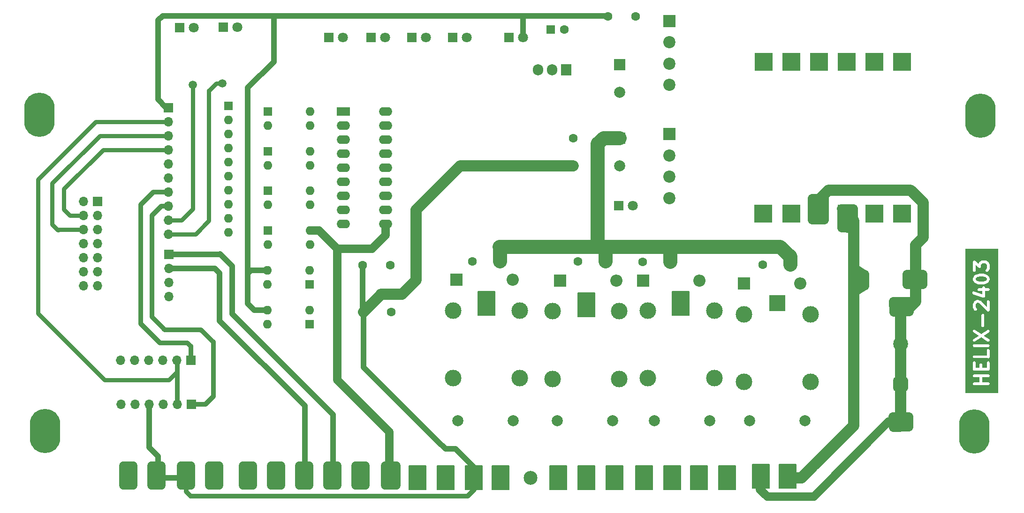
<source format=gbr>
%TF.GenerationSoftware,KiCad,Pcbnew,7.0.2*%
%TF.CreationDate,2024-03-07T12:51:36+05:30*%
%TF.ProjectId,helix2403,68656c69-7832-4343-9033-2e6b69636164,rev?*%
%TF.SameCoordinates,Original*%
%TF.FileFunction,Copper,L1,Top*%
%TF.FilePolarity,Positive*%
%FSLAX46Y46*%
G04 Gerber Fmt 4.6, Leading zero omitted, Abs format (unit mm)*
G04 Created by KiCad (PCBNEW 7.0.2) date 2024-03-07 12:51:36*
%MOMM*%
%LPD*%
G01*
G04 APERTURE LIST*
G04 Aperture macros list*
%AMRoundRect*
0 Rectangle with rounded corners*
0 $1 Rounding radius*
0 $2 $3 $4 $5 $6 $7 $8 $9 X,Y pos of 4 corners*
0 Add a 4 corners polygon primitive as box body*
4,1,4,$2,$3,$4,$5,$6,$7,$8,$9,$2,$3,0*
0 Add four circle primitives for the rounded corners*
1,1,$1+$1,$2,$3*
1,1,$1+$1,$4,$5*
1,1,$1+$1,$6,$7*
1,1,$1+$1,$8,$9*
0 Add four rect primitives between the rounded corners*
20,1,$1+$1,$2,$3,$4,$5,0*
20,1,$1+$1,$4,$5,$6,$7,0*
20,1,$1+$1,$6,$7,$8,$9,0*
20,1,$1+$1,$8,$9,$2,$3,0*%
G04 Aperture macros list end*
%TA.AperFunction,NonConductor*%
%ADD10C,1.600000*%
%TD*%
%TA.AperFunction,NonConductor*%
%ADD11C,1.500000*%
%TD*%
%TA.AperFunction,NonConductor*%
%ADD12C,0.200000*%
%TD*%
%ADD13C,0.500000*%
%TA.AperFunction,ComponentPad*%
%ADD14C,2.000000*%
%TD*%
%TA.AperFunction,ComponentPad*%
%ADD15R,1.600000X1.600000*%
%TD*%
%TA.AperFunction,ComponentPad*%
%ADD16O,1.600000X1.600000*%
%TD*%
%TA.AperFunction,ComponentPad*%
%ADD17R,3.000000X3.000000*%
%TD*%
%TA.AperFunction,ComponentPad*%
%ADD18C,3.000000*%
%TD*%
%TA.AperFunction,ComponentPad*%
%ADD19C,1.600000*%
%TD*%
%TA.AperFunction,ComponentPad*%
%ADD20R,1.700000X1.700000*%
%TD*%
%TA.AperFunction,ComponentPad*%
%ADD21O,1.700000X1.700000*%
%TD*%
%TA.AperFunction,ComponentPad*%
%ADD22R,2.200000X2.200000*%
%TD*%
%TA.AperFunction,ComponentPad*%
%ADD23O,2.200000X2.200000*%
%TD*%
%TA.AperFunction,ComponentPad*%
%ADD24R,2.500000X2.500000*%
%TD*%
%TA.AperFunction,ComponentPad*%
%ADD25C,2.500000*%
%TD*%
%TA.AperFunction,ComponentPad*%
%ADD26R,2.000000X2.000000*%
%TD*%
%TA.AperFunction,WasherPad*%
%ADD27O,5.500000X8.000000*%
%TD*%
%TA.AperFunction,ComponentPad*%
%ADD28R,2.400000X1.600000*%
%TD*%
%TA.AperFunction,ComponentPad*%
%ADD29O,2.400000X1.600000*%
%TD*%
%TA.AperFunction,ComponentPad*%
%ADD30C,2.200000*%
%TD*%
%TA.AperFunction,ComponentPad*%
%ADD31R,1.905000X2.000000*%
%TD*%
%TA.AperFunction,ComponentPad*%
%ADD32O,1.905000X2.000000*%
%TD*%
%TA.AperFunction,ComponentPad*%
%ADD33RoundRect,0.675000X0.675000X-0.675000X0.675000X0.675000X-0.675000X0.675000X-0.675000X-0.675000X0*%
%TD*%
%TA.AperFunction,ComponentPad*%
%ADD34C,2.700000*%
%TD*%
%TA.AperFunction,ComponentPad*%
%ADD35R,1.800000X1.800000*%
%TD*%
%TA.AperFunction,ComponentPad*%
%ADD36C,1.800000*%
%TD*%
%TA.AperFunction,ComponentPad*%
%ADD37R,3.200000X3.200000*%
%TD*%
%TA.AperFunction,ViaPad*%
%ADD38C,1.500000*%
%TD*%
%TA.AperFunction,Conductor*%
%ADD39C,0.750000*%
%TD*%
%TA.AperFunction,Conductor*%
%ADD40C,0.250000*%
%TD*%
%TA.AperFunction,Conductor*%
%ADD41C,0.850000*%
%TD*%
%TA.AperFunction,Conductor*%
%ADD42C,1.000000*%
%TD*%
%TA.AperFunction,Conductor*%
%ADD43C,2.000000*%
%TD*%
%TA.AperFunction,Conductor*%
%ADD44C,1.500000*%
%TD*%
%TA.AperFunction,Conductor*%
%ADD45C,2.500000*%
%TD*%
G04 APERTURE END LIST*
D10*
X190160600Y-76073000D02*
X188712800Y-76073000D01*
D11*
X107255000Y-126746000D02*
X107255000Y-125222000D01*
X76648000Y-128016000D02*
X76648000Y-124460000D01*
D10*
X196078800Y-88569800D02*
X198212400Y-89916000D01*
D12*
X131004000Y-124460000D02*
X134052000Y-124460000D01*
X134052000Y-128778000D01*
X131004000Y-128778000D01*
X131004000Y-124460000D01*
%TA.AperFunction,NonConductor*%
G36*
X131004000Y-124460000D02*
G01*
X134052000Y-124460000D01*
X134052000Y-128778000D01*
X131004000Y-128778000D01*
X131004000Y-124460000D01*
G37*
%TD.AperFunction*%
D11*
X76648000Y-124460000D02*
X74870000Y-124460000D01*
D12*
X146498000Y-124460000D02*
X149546000Y-124460000D01*
X149546000Y-128778000D01*
X146498000Y-128778000D01*
X146498000Y-124460000D01*
%TA.AperFunction,NonConductor*%
G36*
X146498000Y-124460000D02*
G01*
X149546000Y-124460000D01*
X149546000Y-128778000D01*
X146498000Y-128778000D01*
X146498000Y-124460000D01*
G37*
%TD.AperFunction*%
X116018000Y-124460000D02*
X119066000Y-124460000D01*
X119066000Y-128778000D01*
X116018000Y-128778000D01*
X116018000Y-124460000D01*
%TA.AperFunction,NonConductor*%
G36*
X116018000Y-124460000D02*
G01*
X119066000Y-124460000D01*
X119066000Y-128778000D01*
X116018000Y-128778000D01*
X116018000Y-124460000D01*
G37*
%TD.AperFunction*%
D11*
X66234000Y-124460000D02*
X64456000Y-124460000D01*
X86046000Y-128016000D02*
X87824000Y-128016000D01*
X74870000Y-128016000D02*
X76648000Y-128016000D01*
X101286000Y-128016000D02*
X103064000Y-128016000D01*
X106366000Y-124460000D02*
X106366000Y-128016000D01*
D12*
X161992000Y-124460000D02*
X165040000Y-124460000D01*
X165040000Y-128778000D01*
X161992000Y-128778000D01*
X161992000Y-124460000D01*
%TA.AperFunction,NonConductor*%
G36*
X161992000Y-124460000D02*
G01*
X165040000Y-124460000D01*
X165040000Y-128778000D01*
X161992000Y-128778000D01*
X161992000Y-124460000D01*
G37*
%TD.AperFunction*%
X151578000Y-124460000D02*
X154626000Y-124460000D01*
X154626000Y-128778000D01*
X151578000Y-128778000D01*
X151578000Y-124460000D01*
%TA.AperFunction,NonConductor*%
G36*
X151578000Y-124460000D02*
G01*
X154626000Y-124460000D01*
X154626000Y-128778000D01*
X151578000Y-128778000D01*
X151578000Y-124460000D01*
G37*
%TD.AperFunction*%
D11*
X64456000Y-124460000D02*
X64456000Y-128016000D01*
D12*
X182820000Y-124206000D02*
X185868000Y-124206000D01*
X185868000Y-128524000D01*
X182820000Y-128524000D01*
X182820000Y-124206000D01*
%TA.AperFunction,NonConductor*%
G36*
X182820000Y-124206000D02*
G01*
X185868000Y-124206000D01*
X185868000Y-128524000D01*
X182820000Y-128524000D01*
X182820000Y-124206000D01*
G37*
%TD.AperFunction*%
D10*
X195799400Y-81483200D02*
X194046800Y-81432400D01*
D11*
X87824000Y-128016000D02*
X87824000Y-124460000D01*
X86935000Y-126746000D02*
X86935000Y-125222000D01*
D10*
X195977200Y-80670400D02*
X194783400Y-80416400D01*
X196231200Y-77939900D02*
X196231200Y-81368900D01*
X198212400Y-89852500D02*
X198212400Y-91909900D01*
D11*
X92904000Y-128016000D02*
X92904000Y-124460000D01*
X91126000Y-124460000D02*
X91126000Y-128016000D01*
X79950000Y-128016000D02*
X81728000Y-128016000D01*
X97984000Y-128016000D02*
X97984000Y-124460000D01*
D12*
X177994000Y-124206000D02*
X181042000Y-124206000D01*
X181042000Y-128524000D01*
X177994000Y-128524000D01*
X177994000Y-124206000D01*
%TA.AperFunction,NonConductor*%
G36*
X177994000Y-124206000D02*
G01*
X181042000Y-124206000D01*
X181042000Y-128524000D01*
X177994000Y-128524000D01*
X177994000Y-124206000D01*
G37*
%TD.AperFunction*%
D10*
X206200700Y-117424200D02*
X206200700Y-115544600D01*
D12*
X128464000Y-92964000D02*
X131512000Y-92964000D01*
X131512000Y-97282000D01*
X128464000Y-97282000D01*
X128464000Y-92964000D01*
%TA.AperFunction,NonConductor*%
G36*
X128464000Y-92964000D02*
G01*
X131512000Y-92964000D01*
X131512000Y-97282000D01*
X128464000Y-97282000D01*
X128464000Y-92964000D01*
G37*
%TD.AperFunction*%
D11*
X81728000Y-124460000D02*
X79950000Y-124460000D01*
X80839000Y-126746000D02*
X80839000Y-125222000D01*
X70425000Y-126746000D02*
X70425000Y-125222000D01*
D12*
X146498000Y-93218000D02*
X149546000Y-93218000D01*
X149546000Y-97536000D01*
X146498000Y-97536000D01*
X146498000Y-93218000D01*
%TA.AperFunction,NonConductor*%
G36*
X146498000Y-93218000D02*
G01*
X149546000Y-93218000D01*
X149546000Y-97536000D01*
X146498000Y-97536000D01*
X146498000Y-93218000D01*
G37*
%TD.AperFunction*%
D11*
X69536000Y-124460000D02*
X69536000Y-128016000D01*
X87824000Y-124460000D02*
X86046000Y-124460000D01*
D10*
X206289600Y-94716600D02*
X203419400Y-94716600D01*
D11*
X113732000Y-128016000D02*
X113732000Y-124460000D01*
D10*
X188712800Y-76073000D02*
X188712800Y-79984600D01*
D11*
X81728000Y-128016000D02*
X81728000Y-124460000D01*
X103064000Y-128016000D02*
X103064000Y-124460000D01*
D10*
X208753400Y-91719400D02*
X208728000Y-89789000D01*
D11*
X64456000Y-128016000D02*
X66234000Y-128016000D01*
X108144000Y-128016000D02*
X108144000Y-124460000D01*
X97984000Y-124460000D02*
X96206000Y-124460000D01*
D10*
X203419400Y-94716600D02*
X203444800Y-96647000D01*
X203355900Y-117475000D02*
X206200700Y-117424200D01*
D11*
X92015000Y-126746000D02*
X92015000Y-125222000D01*
X112462000Y-126746000D02*
X112462000Y-124968000D01*
X103064000Y-124460000D02*
X101286000Y-124460000D01*
D12*
X126178000Y-124460000D02*
X129226000Y-124460000D01*
X129226000Y-128778000D01*
X126178000Y-128778000D01*
X126178000Y-124460000D01*
%TA.AperFunction,NonConductor*%
G36*
X126178000Y-124460000D02*
G01*
X129226000Y-124460000D01*
X129226000Y-128778000D01*
X126178000Y-128778000D01*
X126178000Y-124460000D01*
G37*
%TD.AperFunction*%
X141418000Y-124460000D02*
X144466000Y-124460000D01*
X144466000Y-128778000D01*
X141418000Y-128778000D01*
X141418000Y-124460000D01*
%TA.AperFunction,NonConductor*%
G36*
X141418000Y-124460000D02*
G01*
X144466000Y-124460000D01*
X144466000Y-128778000D01*
X141418000Y-128778000D01*
X141418000Y-124460000D01*
G37*
%TD.AperFunction*%
X121098000Y-124460000D02*
X124146000Y-124460000D01*
X124146000Y-128778000D01*
X121098000Y-128778000D01*
X121098000Y-124460000D01*
%TA.AperFunction,NonConductor*%
G36*
X121098000Y-124460000D02*
G01*
X124146000Y-124460000D01*
X124146000Y-128778000D01*
X121098000Y-128778000D01*
X121098000Y-124460000D01*
G37*
%TD.AperFunction*%
D11*
X102175000Y-126746000D02*
X102175000Y-125222000D01*
X91126000Y-128016000D02*
X92904000Y-128016000D01*
X113732000Y-124460000D02*
X111954000Y-124460000D01*
X71314000Y-124460000D02*
X69536000Y-124460000D01*
D10*
X194021400Y-77927200D02*
X196231200Y-77939900D01*
X206289600Y-96596200D02*
X206289600Y-94716600D01*
D11*
X108144000Y-124460000D02*
X106366000Y-124460000D01*
X74870000Y-124460000D02*
X74870000Y-128016000D01*
X69536000Y-128016000D02*
X71314000Y-128016000D01*
D10*
X205883200Y-91719400D02*
X208753400Y-91719400D01*
D11*
X65345000Y-126746000D02*
X65345000Y-125222000D01*
D10*
X205883200Y-89839800D02*
X205883200Y-91719400D01*
D11*
X111700000Y-124460000D02*
X111700000Y-128016000D01*
X106366000Y-128016000D02*
X108144000Y-128016000D01*
X117415000Y-126746000D02*
X117415000Y-125222000D01*
X66234000Y-128016000D02*
X66234000Y-124460000D01*
D12*
X116018000Y-124460000D02*
X119066000Y-124460000D01*
X119066000Y-128778000D01*
X116018000Y-128778000D01*
X116018000Y-124460000D01*
%TA.AperFunction,NonConductor*%
G36*
X116018000Y-124460000D02*
G01*
X119066000Y-124460000D01*
X119066000Y-128778000D01*
X116018000Y-128778000D01*
X116018000Y-124460000D01*
G37*
%TD.AperFunction*%
D10*
X206200700Y-115544600D02*
X203330500Y-115544600D01*
X188712800Y-79984600D02*
X190973400Y-79984600D01*
D11*
X92904000Y-124460000D02*
X91126000Y-124460000D01*
X96206000Y-128016000D02*
X97984000Y-128016000D01*
X86046000Y-124460000D02*
X86046000Y-128016000D01*
D10*
X208728000Y-89789000D02*
X205883200Y-89839800D01*
X194046800Y-81432400D02*
X194072200Y-78232000D01*
X203330500Y-115544600D02*
X203355900Y-117475000D01*
D11*
X101286000Y-124460000D02*
X101286000Y-128016000D01*
X71314000Y-128016000D02*
X71314000Y-124460000D01*
D10*
X190973400Y-79984600D02*
X190948000Y-75844400D01*
D11*
X79950000Y-124460000D02*
X79950000Y-128016000D01*
D12*
X166818000Y-124460000D02*
X169866000Y-124460000D01*
X169866000Y-128778000D01*
X166818000Y-128778000D01*
X166818000Y-124460000D01*
%TA.AperFunction,NonConductor*%
G36*
X166818000Y-124460000D02*
G01*
X169866000Y-124460000D01*
X169866000Y-128778000D01*
X166818000Y-128778000D01*
X166818000Y-124460000D01*
G37*
%TD.AperFunction*%
D11*
X75759000Y-126746000D02*
X75759000Y-125222000D01*
D12*
X171898000Y-124460000D02*
X174946000Y-124460000D01*
X174946000Y-128778000D01*
X171898000Y-128778000D01*
X171898000Y-124460000D01*
%TA.AperFunction,NonConductor*%
G36*
X171898000Y-124460000D02*
G01*
X174946000Y-124460000D01*
X174946000Y-128778000D01*
X171898000Y-128778000D01*
X171898000Y-124460000D01*
G37*
%TD.AperFunction*%
D10*
X203444800Y-96647000D02*
X206289600Y-96596200D01*
D12*
X156912000Y-124460000D02*
X159960000Y-124460000D01*
X159960000Y-128778000D01*
X156912000Y-128778000D01*
X156912000Y-124460000D01*
%TA.AperFunction,NonConductor*%
G36*
X156912000Y-124460000D02*
G01*
X159960000Y-124460000D01*
X159960000Y-128778000D01*
X156912000Y-128778000D01*
X156912000Y-124460000D01*
G37*
%TD.AperFunction*%
D11*
X96206000Y-124460000D02*
X96206000Y-128016000D01*
D12*
X163516000Y-92964000D02*
X166564000Y-92964000D01*
X166564000Y-97282000D01*
X163516000Y-97282000D01*
X163516000Y-92964000D01*
%TA.AperFunction,NonConductor*%
G36*
X163516000Y-92964000D02*
G01*
X166564000Y-92964000D01*
X166564000Y-97282000D01*
X163516000Y-97282000D01*
X163516000Y-92964000D01*
G37*
%TD.AperFunction*%
D11*
X111954000Y-128016000D02*
X113732000Y-128016000D01*
X97095000Y-126746000D02*
X97095000Y-125222000D01*
D10*
X198136200Y-91897200D02*
X196637600Y-92862400D01*
D13*
G36*
X219989097Y-90352830D02*
G01*
X220166363Y-90441464D01*
X220228035Y-90503136D01*
X220302547Y-90652160D01*
X220302547Y-90772220D01*
X220228034Y-90921245D01*
X220166362Y-90982917D01*
X219989103Y-91071547D01*
X219569389Y-91176476D01*
X219035706Y-91176476D01*
X218615997Y-91071549D01*
X218438731Y-90982916D01*
X218377059Y-90921244D01*
X218302547Y-90772220D01*
X218302547Y-90652159D01*
X218377058Y-90503136D01*
X218438731Y-90441463D01*
X218615995Y-90352831D01*
X219035704Y-90247905D01*
X219569390Y-90247905D01*
X219989097Y-90352830D01*
G37*
G36*
X222378143Y-111343143D02*
G01*
X216413857Y-111343143D01*
X216413857Y-109677842D01*
X217794645Y-109677842D01*
X217855633Y-109811388D01*
X217979140Y-109890761D01*
X219225145Y-109890761D01*
X219280104Y-109898663D01*
X219297407Y-109890761D01*
X220588491Y-109890761D01*
X220693413Y-109859953D01*
X220789555Y-109748999D01*
X220810449Y-109603680D01*
X220749461Y-109470134D01*
X220625954Y-109390761D01*
X219493023Y-109390761D01*
X219493023Y-108462190D01*
X220588491Y-108462190D01*
X220693413Y-108431382D01*
X220789555Y-108320428D01*
X220810449Y-108175109D01*
X220749461Y-108041563D01*
X220625954Y-107962190D01*
X219260901Y-107962190D01*
X219205942Y-107954288D01*
X219188639Y-107962190D01*
X218016603Y-107962190D01*
X217911681Y-107992998D01*
X217815539Y-108103952D01*
X217794645Y-108249271D01*
X217855633Y-108382817D01*
X217979140Y-108462190D01*
X218993023Y-108462190D01*
X218993023Y-109390761D01*
X218016603Y-109390761D01*
X217911681Y-109421569D01*
X217815539Y-109532523D01*
X217794645Y-109677842D01*
X216413857Y-109677842D01*
X216413857Y-107058794D01*
X217794645Y-107058794D01*
X217817711Y-107109303D01*
X217833355Y-107162579D01*
X217847730Y-107175035D01*
X217855633Y-107192340D01*
X217902348Y-107222362D01*
X217944309Y-107258721D01*
X217963136Y-107261427D01*
X217979140Y-107271713D01*
X218034669Y-107271713D01*
X218089628Y-107279615D01*
X218106931Y-107271713D01*
X219225145Y-107271713D01*
X219280104Y-107279615D01*
X219297407Y-107271713D01*
X220534669Y-107271713D01*
X220589628Y-107279615D01*
X220640137Y-107256548D01*
X220693413Y-107240905D01*
X220705869Y-107226529D01*
X220723174Y-107218627D01*
X220753196Y-107171911D01*
X220789555Y-107129951D01*
X220792261Y-107111123D01*
X220802547Y-107095120D01*
X220802547Y-107039590D01*
X220810449Y-106984632D01*
X220802547Y-106967328D01*
X220802547Y-105795293D01*
X220771739Y-105690371D01*
X220660785Y-105594229D01*
X220515466Y-105573335D01*
X220381920Y-105634323D01*
X220302547Y-105757830D01*
X220302547Y-106771713D01*
X219493023Y-106771713D01*
X219493023Y-106152436D01*
X219462215Y-106047514D01*
X219351261Y-105951372D01*
X219205942Y-105930478D01*
X219072396Y-105991466D01*
X218993023Y-106114973D01*
X218993023Y-106771713D01*
X218302547Y-106771713D01*
X218302547Y-105795293D01*
X218271739Y-105690371D01*
X218160785Y-105594229D01*
X218015466Y-105573335D01*
X217881920Y-105634323D01*
X217802547Y-105757830D01*
X217802547Y-107003835D01*
X217794645Y-107058794D01*
X216413857Y-107058794D01*
X216413857Y-104796889D01*
X217794645Y-104796889D01*
X217855633Y-104930435D01*
X217979140Y-105009808D01*
X220534669Y-105009808D01*
X220589628Y-105017710D01*
X220640137Y-104994643D01*
X220693413Y-104979000D01*
X220705869Y-104964624D01*
X220723174Y-104956722D01*
X220753196Y-104910006D01*
X220789555Y-104868046D01*
X220792261Y-104849218D01*
X220802547Y-104833215D01*
X220802547Y-104777685D01*
X220810449Y-104722727D01*
X220802547Y-104705423D01*
X220802547Y-103533388D01*
X220771739Y-103428466D01*
X220660785Y-103332324D01*
X220515466Y-103311430D01*
X220381920Y-103372418D01*
X220302547Y-103495925D01*
X220302547Y-104509808D01*
X218016603Y-104509808D01*
X217911681Y-104540616D01*
X217815539Y-104651570D01*
X217794645Y-104796889D01*
X216413857Y-104796889D01*
X216413857Y-102773079D01*
X217794645Y-102773079D01*
X217855633Y-102906625D01*
X217979140Y-102985998D01*
X220588491Y-102985998D01*
X220693413Y-102955190D01*
X220789555Y-102844236D01*
X220810449Y-102698917D01*
X220749461Y-102565371D01*
X220625954Y-102485998D01*
X218016603Y-102485998D01*
X217911681Y-102516806D01*
X217815539Y-102627760D01*
X217794645Y-102773079D01*
X216413857Y-102773079D01*
X216413857Y-100149693D01*
X217794058Y-100149693D01*
X217852794Y-100284245D01*
X218851853Y-100950284D01*
X217883965Y-101595544D01*
X217813754Y-101679378D01*
X217795305Y-101825027D01*
X217858528Y-101957530D01*
X217983352Y-102034816D01*
X218130144Y-102032349D01*
X219302546Y-101250747D01*
X220443779Y-102011569D01*
X220548169Y-102044135D01*
X220689710Y-102005146D01*
X220787703Y-101895823D01*
X220811036Y-101750876D01*
X220752300Y-101616324D01*
X219753241Y-100950284D01*
X220721129Y-100305026D01*
X220791340Y-100221191D01*
X220809789Y-100075542D01*
X220746565Y-99943040D01*
X220621742Y-99865753D01*
X220474950Y-99868220D01*
X219302547Y-100649821D01*
X218161315Y-99889000D01*
X218056925Y-99856434D01*
X217915384Y-99895423D01*
X217817391Y-100004746D01*
X217794058Y-100149693D01*
X216413857Y-100149693D01*
X216413857Y-99200514D01*
X219350166Y-99200514D01*
X219380974Y-99305436D01*
X219491928Y-99401578D01*
X219637247Y-99422472D01*
X219770793Y-99361484D01*
X219850166Y-99237977D01*
X219850166Y-97223865D01*
X219819358Y-97118943D01*
X219708404Y-97022801D01*
X219563085Y-97001907D01*
X219429539Y-97062895D01*
X219350166Y-97186402D01*
X219350166Y-99200514D01*
X216413857Y-99200514D01*
X216413857Y-95263967D01*
X217793498Y-95263967D01*
X217802547Y-95285785D01*
X217802547Y-95817780D01*
X217796112Y-95877384D01*
X217818961Y-95923082D01*
X217833355Y-95972103D01*
X217851205Y-95987570D01*
X217933969Y-96153099D01*
X217942911Y-96194201D01*
X217991622Y-96242912D01*
X218038541Y-96293353D01*
X218043271Y-96294562D01*
X218139281Y-96390573D01*
X218235256Y-96442980D01*
X218381695Y-96432506D01*
X218499226Y-96344525D01*
X218550533Y-96206969D01*
X218519326Y-96063511D01*
X218377059Y-95921243D01*
X218302547Y-95772219D01*
X218302547Y-95295016D01*
X218377059Y-95145992D01*
X218438731Y-95084320D01*
X218587755Y-95009809D01*
X218726262Y-95009809D01*
X218988932Y-95097365D01*
X220330651Y-96439086D01*
X220333355Y-96448294D01*
X220382075Y-96490510D01*
X220401186Y-96509621D01*
X220409146Y-96513967D01*
X220444309Y-96544436D01*
X220472322Y-96548463D01*
X220497162Y-96562027D01*
X220543571Y-96558707D01*
X220589628Y-96565330D01*
X220615372Y-96553572D01*
X220643601Y-96551554D01*
X220680846Y-96523671D01*
X220723174Y-96504342D01*
X220738476Y-96480531D01*
X220761131Y-96463572D01*
X220777390Y-96419978D01*
X220802547Y-96380835D01*
X220802547Y-96352534D01*
X220812438Y-96326016D01*
X220802547Y-96280548D01*
X220802547Y-94723865D01*
X220771739Y-94618943D01*
X220660785Y-94522801D01*
X220515466Y-94501907D01*
X220381920Y-94562895D01*
X220302547Y-94686402D01*
X220302547Y-95703874D01*
X219310269Y-94711596D01*
X219272673Y-94664898D01*
X219224199Y-94648740D01*
X219179361Y-94624257D01*
X219155803Y-94625941D01*
X218875626Y-94532550D01*
X218840240Y-94509809D01*
X218771335Y-94509809D01*
X218702510Y-94507320D01*
X218698311Y-94509809D01*
X218542201Y-94509809D01*
X218482593Y-94503373D01*
X218436891Y-94526223D01*
X218387872Y-94540617D01*
X218372405Y-94558466D01*
X218206873Y-94641231D01*
X218165771Y-94650173D01*
X218117058Y-94698885D01*
X218066622Y-94745801D01*
X218065412Y-94750532D01*
X218016980Y-94798964D01*
X217980817Y-94820443D01*
X217950011Y-94882053D01*
X217916995Y-94942520D01*
X217917343Y-94947389D01*
X217834959Y-95112156D01*
X217802547Y-95162592D01*
X217802547Y-95213684D01*
X217793498Y-95263967D01*
X216413857Y-95263967D01*
X216413857Y-93165812D01*
X217677107Y-93165812D01*
X217692734Y-93311791D01*
X217784803Y-93426147D01*
X219593036Y-94028891D01*
X219610976Y-94044436D01*
X219661435Y-94051691D01*
X219674257Y-94055965D01*
X219696843Y-94056782D01*
X219756295Y-94065330D01*
X219769275Y-94059402D01*
X219783537Y-94059918D01*
X219835204Y-94029293D01*
X219889841Y-94004342D01*
X219897556Y-93992335D01*
X219909832Y-93985060D01*
X219936740Y-93931364D01*
X219969214Y-93880835D01*
X219969214Y-93866565D01*
X219975608Y-93853806D01*
X219969214Y-93794080D01*
X219969214Y-92866952D01*
X220588491Y-92866952D01*
X220693413Y-92836144D01*
X220789555Y-92725190D01*
X220810449Y-92579871D01*
X220749461Y-92446325D01*
X220625954Y-92366952D01*
X219969214Y-92366952D01*
X219969214Y-92223865D01*
X219938406Y-92118943D01*
X219827452Y-92022801D01*
X219682133Y-92001907D01*
X219548587Y-92062895D01*
X219469214Y-92186402D01*
X219469214Y-92366952D01*
X218849936Y-92366952D01*
X218745014Y-92397760D01*
X218648872Y-92508714D01*
X218627978Y-92654033D01*
X218688966Y-92787579D01*
X218812473Y-92866952D01*
X219469214Y-92866952D01*
X219469214Y-93460572D01*
X217978457Y-92963653D01*
X217869177Y-92959700D01*
X217742882Y-93034558D01*
X217677107Y-93165812D01*
X216413857Y-93165812D01*
X216413857Y-90621112D01*
X217793499Y-90621112D01*
X217802547Y-90642927D01*
X217802546Y-90817781D01*
X217796112Y-90877385D01*
X217818961Y-90923083D01*
X217833355Y-90972104D01*
X217851205Y-90987571D01*
X217933969Y-91153100D01*
X217942911Y-91194202D01*
X217991622Y-91242913D01*
X218038541Y-91293354D01*
X218043271Y-91294563D01*
X218091701Y-91342993D01*
X218113182Y-91379160D01*
X218174791Y-91409964D01*
X218235256Y-91442981D01*
X218240128Y-91442632D01*
X218377107Y-91511121D01*
X218396889Y-91532160D01*
X218441480Y-91543307D01*
X218449085Y-91547110D01*
X218476220Y-91551992D01*
X218904377Y-91659032D01*
X218931521Y-91676476D01*
X218974153Y-91676476D01*
X218979165Y-91677729D01*
X219009999Y-91676476D01*
X219559024Y-91676476D01*
X219589585Y-91686815D01*
X219630941Y-91676476D01*
X219636110Y-91676476D01*
X219665729Y-91667778D01*
X220093792Y-91560763D01*
X220122503Y-91563863D01*
X220163612Y-91543308D01*
X220171862Y-91541246D01*
X220195650Y-91527289D01*
X220398218Y-91426005D01*
X220439322Y-91417064D01*
X220488037Y-91368348D01*
X220538472Y-91321436D01*
X220539681Y-91316704D01*
X220588114Y-91268272D01*
X220624278Y-91246793D01*
X220655082Y-91185184D01*
X220688099Y-91124718D01*
X220687750Y-91119847D01*
X220770136Y-90955076D01*
X220802547Y-90904645D01*
X220802547Y-90853551D01*
X220811595Y-90803269D01*
X220802547Y-90781453D01*
X220802547Y-90606606D01*
X220808983Y-90546998D01*
X220786132Y-90501296D01*
X220771739Y-90452277D01*
X220753889Y-90436810D01*
X220671124Y-90271278D01*
X220662183Y-90230176D01*
X220613470Y-90181463D01*
X220566555Y-90131027D01*
X220561823Y-90129817D01*
X220513391Y-90081385D01*
X220491913Y-90045222D01*
X220430302Y-90014416D01*
X220369836Y-89981400D01*
X220364966Y-89981748D01*
X220227988Y-89913259D01*
X220208206Y-89892220D01*
X220163614Y-89881072D01*
X220156012Y-89877271D01*
X220128874Y-89872387D01*
X219700715Y-89765348D01*
X219673573Y-89747905D01*
X219630941Y-89747905D01*
X219625929Y-89746652D01*
X219595101Y-89747905D01*
X219046070Y-89747905D01*
X219015509Y-89737566D01*
X218974153Y-89747905D01*
X218968984Y-89747905D01*
X218939366Y-89756601D01*
X218511302Y-89863616D01*
X218482591Y-89860517D01*
X218441479Y-89881072D01*
X218433234Y-89883134D01*
X218409452Y-89897086D01*
X218206873Y-89998375D01*
X218165772Y-90007317D01*
X218117063Y-90056025D01*
X218066622Y-90102946D01*
X218065412Y-90107676D01*
X218016982Y-90156106D01*
X217980817Y-90177587D01*
X217950009Y-90239201D01*
X217916996Y-90299662D01*
X217917344Y-90304532D01*
X217834961Y-90469297D01*
X217802547Y-90519736D01*
X217802547Y-90570831D01*
X217793499Y-90621112D01*
X216413857Y-90621112D01*
X216413857Y-87615694D01*
X217791995Y-87615694D01*
X217802547Y-87652283D01*
X217802547Y-89200516D01*
X217833355Y-89305438D01*
X217944309Y-89401580D01*
X218089628Y-89422474D01*
X218223174Y-89361486D01*
X218302547Y-89237979D01*
X218302547Y-88167894D01*
X218785551Y-88590523D01*
X218785736Y-88591152D01*
X218840696Y-88638775D01*
X218867352Y-88662099D01*
X218867912Y-88662358D01*
X218896690Y-88687294D01*
X218933160Y-88692537D01*
X218966601Y-88708005D01*
X219004315Y-88702768D01*
X219042009Y-88708188D01*
X219075527Y-88692880D01*
X219112019Y-88687814D01*
X219140914Y-88663019D01*
X219175555Y-88647200D01*
X219195476Y-88616200D01*
X219223437Y-88592209D01*
X219234340Y-88555727D01*
X219254928Y-88523693D01*
X219254928Y-88486846D01*
X219265479Y-88451545D01*
X219254928Y-88414958D01*
X219254928Y-88152160D01*
X219329440Y-88003136D01*
X219391112Y-87941464D01*
X219540136Y-87866953D01*
X220017341Y-87866953D01*
X220166362Y-87941464D01*
X220228037Y-88003139D01*
X220302547Y-88152158D01*
X220302547Y-88748411D01*
X220228034Y-88897436D01*
X220112259Y-89013212D01*
X220059853Y-89109187D01*
X220070326Y-89255626D01*
X220158308Y-89373156D01*
X220295864Y-89424463D01*
X220439322Y-89393255D01*
X220588114Y-89244463D01*
X220624278Y-89222984D01*
X220655082Y-89161375D01*
X220688099Y-89100909D01*
X220687750Y-89096038D01*
X220770136Y-88931267D01*
X220802547Y-88880836D01*
X220802547Y-88829742D01*
X220811595Y-88779460D01*
X220802547Y-88757644D01*
X220802547Y-88106600D01*
X220808982Y-88046997D01*
X220786133Y-88001299D01*
X220771739Y-87952277D01*
X220753888Y-87936809D01*
X220671124Y-87771281D01*
X220662183Y-87730178D01*
X220613465Y-87681460D01*
X220566554Y-87631028D01*
X220561823Y-87629818D01*
X220513393Y-87581388D01*
X220491912Y-87545221D01*
X220430278Y-87514404D01*
X220369837Y-87481401D01*
X220364968Y-87481749D01*
X220200194Y-87399362D01*
X220149764Y-87366953D01*
X220098671Y-87366953D01*
X220048388Y-87357905D01*
X220026572Y-87366953D01*
X219494582Y-87366953D01*
X219434974Y-87360517D01*
X219389272Y-87383367D01*
X219340253Y-87397761D01*
X219324786Y-87415610D01*
X219159254Y-87498375D01*
X219118152Y-87507317D01*
X219069439Y-87556029D01*
X219019003Y-87602945D01*
X219017793Y-87607676D01*
X218969361Y-87656108D01*
X218933198Y-87677587D01*
X218902392Y-87739197D01*
X218869376Y-87799664D01*
X218869724Y-87804533D01*
X218801808Y-87940364D01*
X218271923Y-87476716D01*
X218271739Y-87476087D01*
X218216678Y-87428376D01*
X218190122Y-87405140D01*
X218189563Y-87404881D01*
X218160785Y-87379945D01*
X218124314Y-87374701D01*
X218090873Y-87359233D01*
X218053156Y-87364470D01*
X218015466Y-87359051D01*
X217981948Y-87374357D01*
X217945455Y-87379425D01*
X217916559Y-87404219D01*
X217881920Y-87420039D01*
X217861998Y-87451037D01*
X217834038Y-87475030D01*
X217823133Y-87511512D01*
X217802547Y-87543546D01*
X217802547Y-87580389D01*
X217791995Y-87615694D01*
X216413857Y-87615694D01*
X216413857Y-85283620D01*
X222378143Y-85283620D01*
X222378143Y-111343143D01*
G37*
D14*
%TO.P,C13,1*%
%TO.N,Net-(C13-Pad1)*%
X170294000Y-116332000D03*
%TO.P,C13,2*%
%TO.N,/NO2*%
X160294000Y-116332000D03*
%TD*%
D15*
%TO.P,U3,1*%
%TO.N,/VCC1 5V*%
X90561800Y-67599760D03*
D16*
%TO.P,U3,2*%
%TO.N,/mc4*%
X90561800Y-70139760D03*
%TO.P,U3,3*%
%TO.N,Net-(U4-I3)*%
X98181800Y-70139760D03*
%TO.P,U3,4*%
%TO.N,/VCC2 12V*%
X98181800Y-67599760D03*
%TD*%
D17*
%TO.P,K4,11*%
%TO.N,/C4*%
X129982400Y-94410400D03*
D18*
%TO.P,K4,12*%
%TO.N,/NC4*%
X135982400Y-108610400D03*
%TO.P,K4,14*%
%TO.N,/NO4*%
X123982400Y-108610400D03*
%TO.P,K4,A1*%
%TO.N,/RL4*%
X123982400Y-96410400D03*
%TO.P,K4,A2*%
%TO.N,/VCC2 12V*%
X135982400Y-96410400D03*
%TD*%
D19*
%TO.P,C9,1*%
%TO.N,/VCC2 12V*%
X151532400Y-87542600D03*
%TO.P,C9,2*%
%TO.N,/RL3*%
X146532400Y-87542600D03*
%TD*%
D20*
%TO.P,J9,1,Pin_1*%
%TO.N,GND1*%
X72609400Y-59740800D03*
D21*
%TO.P,J9,2,Pin_2*%
%TO.N,/VCC1 5V*%
X72609400Y-62280800D03*
%TO.P,J9,3,Pin_3*%
%TO.N,/mc3*%
X72609400Y-64820800D03*
%TO.P,J9,4,Pin_4*%
%TO.N,/mc4*%
X72609400Y-67360800D03*
%TO.P,J9,5,Pin_5*%
%TO.N,/mc5*%
X72609400Y-69900800D03*
%TO.P,J9,6,Pin_6*%
%TO.N,/mc6*%
X72609400Y-72440800D03*
%TO.P,J9,7,Pin_7*%
%TO.N,/pwm MC8*%
X72609400Y-74980800D03*
%TO.P,J9,8,Pin_8*%
%TO.N,/pwm MC7*%
X72609400Y-77520800D03*
%TO.P,J9,9,Pin_9*%
%TO.N,/mc1*%
X72609400Y-80060800D03*
%TO.P,J9,10,Pin_10*%
%TO.N,/mc2*%
X72609400Y-82600800D03*
%TD*%
D22*
%TO.P,D12,1,K*%
%TO.N,/RL4*%
X124586400Y-90855800D03*
D23*
%TO.P,D12,2,A*%
%TO.N,/VCC2 12V*%
X134746400Y-90855800D03*
%TD*%
D19*
%TO.P,C4,1*%
%TO.N,/VCC2 12V*%
X184841200Y-88163400D03*
%TO.P,C4,2*%
%TO.N,/RL1*%
X179841200Y-88163400D03*
%TD*%
D24*
%TO.P,J1,1,Pin_1*%
%TO.N,/Nutral*%
X179365600Y-126619000D03*
D25*
%TO.P,J1,2,Pin_2*%
%TO.N,/Line*%
X184445600Y-126619000D03*
%TD*%
D19*
%TO.P,C12,1*%
%TO.N,Net-(C12-Pad1)*%
X112817600Y-96647000D03*
%TO.P,C12,2*%
%TO.N,GND2*%
X107817600Y-96647000D03*
%TD*%
D26*
%TO.P,C2,1*%
%TO.N,Net-(D15-+)*%
X154067200Y-51937523D03*
D14*
%TO.P,C2,2*%
%TO.N,GND1*%
X154067200Y-56937523D03*
%TD*%
D22*
%TO.P,D11,1,K*%
%TO.N,/RL3*%
X143277800Y-90990800D03*
D23*
%TO.P,D11,2,A*%
%TO.N,/VCC2 12V*%
X153437800Y-90990800D03*
%TD*%
D22*
%TO.P,D6,1,K*%
%TO.N,/RL2*%
X158258200Y-91010200D03*
D23*
%TO.P,D6,2,A*%
%TO.N,/VCC2 12V*%
X168418200Y-91010200D03*
%TD*%
D15*
%TO.P,U7,1*%
%TO.N,Net-(C12-Pad1)*%
X98111000Y-98856800D03*
D16*
%TO.P,U7,2*%
%TO.N,Net-(R12-Pad2)*%
X98111000Y-96316800D03*
%TO.P,U7,3*%
%TO.N,GND1*%
X90491000Y-96316800D03*
%TO.P,U7,4*%
%TO.N,/mc2*%
X90491000Y-98856800D03*
%TD*%
D19*
%TO.P,C8,1*%
%TO.N,/VCC2 12V*%
X145685200Y-65292600D03*
%TO.P,C8,2*%
%TO.N,GND2*%
X145685200Y-70292600D03*
%TD*%
D15*
%TO.P,U6,1*%
%TO.N,/VCC1 5V*%
X90561800Y-81953280D03*
D16*
%TO.P,U6,2*%
%TO.N,/mc6*%
X90561800Y-84493280D03*
%TO.P,U6,3*%
%TO.N,Net-(U4-I7)*%
X98181800Y-84493280D03*
%TO.P,U6,4*%
%TO.N,/VCC2 12V*%
X98181800Y-81953280D03*
%TD*%
D14*
%TO.P,C16,1*%
%TO.N,Net-(C16-Pad1)*%
X134814000Y-116332000D03*
%TO.P,C16,2*%
%TO.N,/NO4*%
X124814000Y-116332000D03*
%TD*%
D27*
%TO.P,REF\u002A\u002A,*%
%TO.N,*%
X219142000Y-61163200D03*
%TD*%
D22*
%TO.P,D4,1,K*%
%TO.N,/RL1*%
X176448400Y-91516200D03*
D23*
%TO.P,D4,2,A*%
%TO.N,/VCC2 12V*%
X186608400Y-91516200D03*
%TD*%
D17*
%TO.P,K1,11*%
%TO.N,/C1*%
X182499200Y-95070800D03*
D18*
%TO.P,K1,12*%
%TO.N,/NC1*%
X188499200Y-109270800D03*
%TO.P,K1,14*%
%TO.N,/NO1*%
X176499200Y-109270800D03*
%TO.P,K1,A1*%
%TO.N,/RL1*%
X176499200Y-97070800D03*
%TO.P,K1,A2*%
%TO.N,/VCC2 12V*%
X188499200Y-97070800D03*
%TD*%
D17*
%TO.P,C5,1*%
%TO.N,/Nutral*%
X207251000Y-90703400D03*
%TO.P,C5,2*%
%TO.N,/Line*%
X197251000Y-90703400D03*
%TD*%
D15*
%TO.P,U2,1*%
%TO.N,/VCC1 5V*%
X90561800Y-60423000D03*
D16*
%TO.P,U2,2*%
%TO.N,/mc3*%
X90561800Y-62963000D03*
%TO.P,U2,3*%
%TO.N,Net-(U4-I1)*%
X98181800Y-62963000D03*
%TO.P,U2,4*%
%TO.N,/VCC2 12V*%
X98181800Y-60423000D03*
%TD*%
D19*
%TO.P,C10,1*%
%TO.N,/VCC2 12V*%
X132414800Y-87553800D03*
%TO.P,C10,2*%
%TO.N,/RL4*%
X127414800Y-87553800D03*
%TD*%
%TO.P,C6,1*%
%TO.N,/VCC2 12V*%
X163196600Y-87632000D03*
%TO.P,C6,2*%
%TO.N,/RL2*%
X158196600Y-87632000D03*
%TD*%
D26*
%TO.P,C7,1*%
%TO.N,/VCC2 12V*%
X154041800Y-65221723D03*
D14*
%TO.P,C7,2*%
%TO.N,GND2*%
X154041800Y-70221723D03*
%TD*%
D20*
%TO.P,J10,1,Pin_1*%
%TO.N,/GREEN*%
X72634800Y-86233000D03*
D21*
%TO.P,J10,2,Pin_2*%
%TO.N,/WHITE*%
X72634800Y-88773000D03*
%TO.P,J10,3,Pin_3*%
%TO.N,/BLACK*%
X72634800Y-91313000D03*
%TO.P,J10,4,Pin_4*%
%TO.N,/RED*%
X72634800Y-93853000D03*
%TD*%
D19*
%TO.P,C3,1*%
%TO.N,Net-(D15-+)*%
X156908200Y-43256200D03*
%TO.P,C3,2*%
%TO.N,GND1*%
X151908200Y-43256200D03*
%TD*%
D15*
%TO.P,U5,1*%
%TO.N,/VCC1 5V*%
X90561800Y-74776520D03*
D16*
%TO.P,U5,2*%
%TO.N,/mc5*%
X90561800Y-77316520D03*
%TO.P,U5,3*%
%TO.N,Net-(U4-I5)*%
X98181800Y-77316520D03*
%TO.P,U5,4*%
%TO.N,/VCC2 12V*%
X98181800Y-74776520D03*
%TD*%
D24*
%TO.P,J2,1,Pin_1*%
%TO.N,/NO3*%
X148098200Y-126619000D03*
D25*
%TO.P,J2,2,Pin_2*%
%TO.N,/C3*%
X153178200Y-126619000D03*
%TO.P,J2,3,Pin_3*%
%TO.N,/NO2*%
X158258200Y-126619000D03*
%TO.P,J2,4,Pin_4*%
%TO.N,/C2*%
X163338200Y-126619000D03*
%TO.P,J2,5,Pin_5*%
%TO.N,/NO1*%
X168418200Y-126619000D03*
%TO.P,J2,6,Pin_6*%
%TO.N,/C1*%
X173498200Y-126619000D03*
%TD*%
D28*
%TO.P,U4,1,I1*%
%TO.N,Net-(U4-I1)*%
X104191600Y-60462000D03*
D29*
%TO.P,U4,2,I2*%
X104191600Y-63002000D03*
%TO.P,U4,3,I3*%
%TO.N,Net-(U4-I3)*%
X104191600Y-65542000D03*
%TO.P,U4,4,I4*%
X104191600Y-68082000D03*
%TO.P,U4,5,I5*%
%TO.N,Net-(U4-I5)*%
X104191600Y-70622000D03*
%TO.P,U4,6,I6*%
X104191600Y-73162000D03*
%TO.P,U4,7,I7*%
%TO.N,Net-(U4-I7)*%
X104191600Y-75702000D03*
%TO.P,U4,8,I8*%
X104191600Y-78242000D03*
%TO.P,U4,9,GND*%
%TO.N,GND2*%
X104191600Y-80782000D03*
%TO.P,U4,10,COM*%
%TO.N,/VCC2 12V*%
X111811600Y-80782000D03*
%TO.P,U4,11,O8*%
%TO.N,/RL4*%
X111811600Y-78242000D03*
%TO.P,U4,12,O7*%
X111811600Y-75702000D03*
%TO.P,U4,13,O6*%
%TO.N,/RL3*%
X111811600Y-73162000D03*
%TO.P,U4,14,O5*%
X111811600Y-70622000D03*
%TO.P,U4,15,O4*%
%TO.N,/RL2*%
X111811600Y-68082000D03*
%TO.P,U4,16,O3*%
X111811600Y-65542000D03*
%TO.P,U4,17,O2*%
%TO.N,/RL1*%
X111811600Y-63002000D03*
%TO.P,U4,18,O1*%
X111811600Y-60462000D03*
%TD*%
D24*
%TO.P,J4,1,Pin_1*%
%TO.N,/RED*%
X87036600Y-126619000D03*
D25*
%TO.P,J4,2,Pin_2*%
%TO.N,/BLACK*%
X92116600Y-126619000D03*
%TO.P,J4,3,Pin_3*%
%TO.N,/WHITE*%
X97196600Y-126619000D03*
%TO.P,J4,4,Pin_4*%
%TO.N,/GREEN*%
X102276600Y-126619000D03*
%TO.P,J4,5,Pin_5*%
%TO.N,/Input1*%
X107356600Y-126619000D03*
%TO.P,J4,6,Pin_6*%
%TO.N,/VCC2 12V*%
X112436600Y-126619000D03*
%TD*%
D19*
%TO.P,C14,1*%
%TO.N,Net-(C14-Pad1)*%
X112676000Y-88239600D03*
%TO.P,C14,2*%
%TO.N,GND2*%
X107676000Y-88239600D03*
%TD*%
D22*
%TO.P,D2,1,+*%
%TO.N,/VCC2 12V*%
X163008000Y-64516000D03*
D30*
%TO.P,D2,2*%
%TO.N,Net-(T1-SD)*%
X163008000Y-68366000D03*
%TO.P,D2,3*%
%TO.N,Net-(T1-SC)*%
X163008000Y-72216000D03*
%TO.P,D2,4,-*%
%TO.N,GND2*%
X163008000Y-76066000D03*
%TD*%
D14*
%TO.P,C15,1*%
%TO.N,Net-(C15-Pad1)*%
X152768000Y-116332000D03*
%TO.P,C15,2*%
%TO.N,/NO3*%
X142768000Y-116332000D03*
%TD*%
D15*
%TO.P,RN1,1,common*%
%TO.N,/VCC1 5V*%
X83465200Y-59395200D03*
D16*
%TO.P,RN1,2,R1*%
X83465200Y-61935200D03*
%TO.P,RN1,3,R2*%
%TO.N,/mc3*%
X83465200Y-64475200D03*
%TO.P,RN1,4,R3*%
%TO.N,/VCC1 5V*%
X83465200Y-67015200D03*
%TO.P,RN1,5,R4*%
%TO.N,/mc4*%
X83465200Y-69555200D03*
%TO.P,RN1,6,R5*%
%TO.N,/VCC1 5V*%
X83465200Y-72095200D03*
%TO.P,RN1,7,R6*%
%TO.N,/mc5*%
X83465200Y-74635200D03*
%TO.P,RN1,8,R7*%
%TO.N,/VCC1 5V*%
X83465200Y-77175200D03*
%TO.P,RN1,9,R8*%
%TO.N,/mc6*%
X83465200Y-79715200D03*
%TO.P,RN1,10,R9*%
%TO.N,unconnected-(RN1-R9-Pad10)*%
X83465200Y-82255200D03*
%TD*%
D15*
%TO.P,C1,1*%
%TO.N,/VCC1 5V*%
X141551175Y-45593000D03*
D19*
%TO.P,C1,2*%
%TO.N,GND1*%
X144051175Y-45593000D03*
%TD*%
D24*
%TO.P,J5,1,Pin_1*%
%TO.N,/0-10 output1*%
X65624400Y-126619000D03*
D25*
%TO.P,J5,2,Pin_2*%
%TO.N,GND2*%
X70704400Y-126619000D03*
%TO.P,J5,3,Pin_3*%
X75784400Y-126619000D03*
%TO.P,J5,4,Pin_4*%
%TO.N,/0-10 output2*%
X80864400Y-126619000D03*
%TD*%
D15*
%TO.P,U8,1*%
%TO.N,Net-(C14-Pad1)*%
X98111000Y-91680040D03*
D16*
%TO.P,U8,2*%
%TO.N,Net-(R17-Pad2)*%
X98111000Y-89140040D03*
%TO.P,U8,3*%
%TO.N,GND1*%
X90491000Y-89140040D03*
%TO.P,U8,4*%
%TO.N,/mc1*%
X90491000Y-91680040D03*
%TD*%
D27*
%TO.P,REF\u002A\u002A,*%
%TO.N,*%
X50359000Y-118186200D03*
%TD*%
%TO.P,REF\u002A\u002A,*%
%TO.N,*%
X218049800Y-118262400D03*
%TD*%
D17*
%TO.P,K2,11*%
%TO.N,/C2*%
X165130932Y-94415600D03*
D18*
%TO.P,K2,12*%
%TO.N,/NC2*%
X171130932Y-108615600D03*
%TO.P,K2,14*%
%TO.N,/NO2*%
X159130932Y-108615600D03*
%TO.P,K2,A1*%
%TO.N,/RL2*%
X159130932Y-96415600D03*
%TO.P,K2,A2*%
%TO.N,/VCC2 12V*%
X171130932Y-96415600D03*
%TD*%
D22*
%TO.P,D15,1,+*%
%TO.N,Net-(D15-+)*%
X163008000Y-44076000D03*
D30*
%TO.P,D15,2*%
%TO.N,Net-(T1-SB)*%
X163008000Y-47926000D03*
%TO.P,D15,3*%
%TO.N,Net-(T1-SA)*%
X163008000Y-51776000D03*
%TO.P,D15,4,-*%
%TO.N,GND1*%
X163008000Y-55626000D03*
%TD*%
D27*
%TO.P,REF\u002A\u002A,*%
%TO.N,*%
X49343000Y-61010800D03*
%TD*%
D24*
%TO.P,J3,1,Pin_1*%
%TO.N,/VCC2 12V*%
X117618200Y-126619000D03*
D25*
%TO.P,J3,2,Pin_2*%
%TO.N,unconnected-(J3-Pin_2-Pad2)*%
X122698200Y-126619000D03*
%TO.P,J3,3,Pin_3*%
%TO.N,GND2*%
X127778200Y-126619000D03*
%TO.P,J3,4,Pin_4*%
%TO.N,/NO4*%
X132858200Y-126619000D03*
%TO.P,J3,5,Pin_5*%
%TO.N,/C4*%
X137938200Y-126619000D03*
%TO.P,J3,6,Pin_6*%
%TO.N,/NC4*%
X143018200Y-126619000D03*
%TD*%
D14*
%TO.P,C11,1*%
%TO.N,Net-(C11-Pad1)*%
X187486000Y-116332000D03*
%TO.P,C11,2*%
%TO.N,/NO1*%
X177486000Y-116332000D03*
%TD*%
D31*
%TO.P,U1,1,VI*%
%TO.N,Net-(D15-+)*%
X144415200Y-52882800D03*
D32*
%TO.P,U1,2,GND*%
%TO.N,GND1*%
X141875200Y-52882800D03*
%TO.P,U1,3,VO*%
%TO.N,/VCC1 5V*%
X139335200Y-52882800D03*
%TD*%
D33*
%TO.P,F2,1*%
%TO.N,/Nutral*%
X204714800Y-116503600D03*
X204714800Y-109743600D03*
D34*
%TO.P,F2,2*%
X204714800Y-102463600D03*
X204714800Y-95703600D03*
%TD*%
D20*
%TO.P,J7,1,Pin_1*%
%TO.N,/pwm MC8*%
X76648000Y-105359200D03*
D21*
%TO.P,J7,2,Pin_2*%
%TO.N,/VCC1 5V*%
X74108000Y-105359200D03*
%TO.P,J7,3,Pin_3*%
%TO.N,/0-10 output2*%
X71568000Y-105359200D03*
%TO.P,J7,4,Pin_4*%
%TO.N,GND2*%
X69028000Y-105359200D03*
%TO.P,J7,5,Pin_5*%
X66488000Y-105359200D03*
%TO.P,J7,6,Pin_6*%
%TO.N,/VCC2 12V*%
X63948000Y-105359200D03*
%TD*%
D17*
%TO.P,K3,11*%
%TO.N,/C3*%
X147915066Y-94545400D03*
D18*
%TO.P,K3,12*%
%TO.N,/NC3*%
X153915066Y-108745400D03*
%TO.P,K3,14*%
%TO.N,/NO3*%
X141915066Y-108745400D03*
%TO.P,K3,A1*%
%TO.N,/RL3*%
X141915066Y-96545400D03*
%TO.P,K3,A2*%
%TO.N,/VCC2 12V*%
X153915066Y-96545400D03*
%TD*%
D35*
%TO.P,D3,1,K*%
%TO.N,Net-(D18-K)*%
X153859000Y-77440000D03*
D36*
%TO.P,D3,2,A*%
%TO.N,GND2*%
X156399000Y-77440000D03*
%TD*%
D20*
%TO.P,J6,1,Pin_1*%
%TO.N,/pwm MC7*%
X76724200Y-113334800D03*
D21*
%TO.P,J6,2,Pin_2*%
%TO.N,/VCC1 5V*%
X74184200Y-113334800D03*
%TO.P,J6,3,Pin_3*%
%TO.N,/0-10 output1*%
X71644200Y-113334800D03*
%TO.P,J6,4,Pin_4*%
%TO.N,GND2*%
X69104200Y-113334800D03*
%TO.P,J6,5,Pin_5*%
X66564200Y-113334800D03*
%TO.P,J6,6,Pin_6*%
%TO.N,/VCC2 12V*%
X64024200Y-113334800D03*
%TD*%
D20*
%TO.P,J8,1,Pin_1*%
%TO.N,/VCC1 5V*%
X59807800Y-76733400D03*
D21*
%TO.P,J8,2,Pin_2*%
%TO.N,GND1*%
X57267800Y-76733400D03*
%TO.P,J8,3,Pin_3*%
%TO.N,/mc5*%
X59807800Y-79273400D03*
%TO.P,J8,4,Pin_4*%
%TO.N,/mc4*%
X57267800Y-79273400D03*
%TO.P,J8,5,Pin_5*%
%TO.N,/mc6*%
X59807800Y-81813400D03*
%TO.P,J8,6,Pin_6*%
%TO.N,/mc3*%
X57267800Y-81813400D03*
%TO.P,J8,7,Pin_7*%
%TO.N,/pwm MC8*%
X59807800Y-84353400D03*
%TO.P,J8,8,Pin_8*%
%TO.N,/RED*%
X57267800Y-84353400D03*
%TO.P,J8,9,Pin_9*%
%TO.N,/pwm MC7*%
X59807800Y-86893400D03*
%TO.P,J8,10,Pin_10*%
%TO.N,/BLACK*%
X57267800Y-86893400D03*
%TO.P,J8,11,Pin_11*%
%TO.N,/mc1*%
X59807800Y-89433400D03*
%TO.P,J8,12,Pin_12*%
%TO.N,/WHITE*%
X57267800Y-89433400D03*
%TO.P,J8,13,Pin_13*%
%TO.N,/mc2*%
X59807800Y-91973400D03*
%TO.P,J8,14,Pin_14*%
%TO.N,/GREEN*%
X57267800Y-91973400D03*
%TD*%
D37*
%TO.P,T1,1*%
%TO.N,N/C*%
X199994200Y-78935000D03*
X204994200Y-78935000D03*
%TO.P,T1,2*%
X199994200Y-78935000D03*
%TO.P,T1,3,AA*%
%TO.N,/Line*%
X194994200Y-78935000D03*
%TO.P,T1,4,AB*%
%TO.N,/Nutral*%
X189994200Y-78935000D03*
%TO.P,T1,5*%
%TO.N,N/C*%
X184994200Y-78935000D03*
%TO.P,T1,6*%
X179944200Y-78935000D03*
%TO.P,T1,7,SA*%
%TO.N,Net-(T1-SA)*%
X179994200Y-51435000D03*
%TO.P,T1,8,SB*%
%TO.N,Net-(T1-SB)*%
X184994200Y-51435000D03*
%TO.P,T1,9*%
%TO.N,N/C*%
X189994200Y-51435000D03*
%TO.P,T1,10*%
X194994200Y-51435000D03*
%TO.P,T1,11,SD*%
%TO.N,Net-(T1-SD)*%
X199994200Y-51435000D03*
%TO.P,T1,12,SC*%
%TO.N,Net-(T1-SC)*%
X204994200Y-51435000D03*
%TD*%
D35*
%TO.P,D5,1,K*%
%TO.N,/VCC2 12V*%
X123887000Y-47020000D03*
D36*
%TO.P,D5,2,A*%
%TO.N,Net-(D19-A)*%
X126427000Y-47020000D03*
%TD*%
D35*
%TO.P,D10,1,K*%
%TO.N,/VCC2 12V*%
X101535000Y-47020000D03*
D36*
%TO.P,D10,2,A*%
%TO.N,Net-(D10-A)*%
X104075000Y-47020000D03*
%TD*%
D35*
%TO.P,D1,1,K*%
%TO.N,Net-(D1-K)*%
X134047000Y-47096200D03*
D36*
%TO.P,D1,2,A*%
%TO.N,GND1*%
X136587000Y-47096200D03*
%TD*%
D35*
%TO.P,D9,1,K*%
%TO.N,/VCC2 12V*%
X109155000Y-47020000D03*
D36*
%TO.P,D9,2,A*%
%TO.N,Net-(D21-A)*%
X111695000Y-47020000D03*
%TD*%
D35*
%TO.P,D13,1,K*%
%TO.N,/VCC1 5V*%
X82485000Y-45216600D03*
D36*
%TO.P,D13,2,A*%
%TO.N,Net-(D13-A)*%
X85025000Y-45216600D03*
%TD*%
D35*
%TO.P,D14,1,K*%
%TO.N,/VCC1 5V*%
X74611000Y-45288200D03*
D36*
%TO.P,D14,2,A*%
%TO.N,Net-(D14-A)*%
X77151000Y-45288200D03*
%TD*%
D35*
%TO.P,D7,1,K*%
%TO.N,/VCC2 12V*%
X116521000Y-47020000D03*
D36*
%TO.P,D7,2,A*%
%TO.N,Net-(D20-A)*%
X119061000Y-47020000D03*
%TD*%
D38*
%TO.N,/mc2*%
X82312200Y-55372000D03*
%TO.N,/mc1*%
X76952800Y-55626000D03*
%TD*%
D39*
%TO.N,/VCC1 5V*%
X49038200Y-96926400D02*
X49038200Y-72694800D01*
D40*
X74184200Y-105435400D02*
X74108000Y-105359200D01*
D41*
X74184200Y-113334800D02*
X74184200Y-107391200D01*
X74184200Y-107391200D02*
X74184200Y-105435400D01*
D39*
X59452200Y-62280800D02*
X72609400Y-62280800D01*
X49038200Y-72694800D02*
X59452200Y-62280800D01*
X74184200Y-107391200D02*
X72634800Y-108940600D01*
X61052400Y-108940600D02*
X49038200Y-96926400D01*
X72634800Y-108940600D02*
X61052400Y-108940600D01*
D42*
%TO.N,GND1*%
X136592000Y-43129200D02*
X136587000Y-43134200D01*
X86909600Y-95148400D02*
X86909600Y-89738200D01*
X70704400Y-58267600D02*
X72177600Y-59740800D01*
X136587000Y-43134200D02*
X136587000Y-47096200D01*
X88001800Y-89140040D02*
X90491000Y-89140040D01*
X71542600Y-43129200D02*
X70704400Y-43967400D01*
X151908200Y-43256200D02*
X151908200Y-43230800D01*
X151806600Y-43129200D02*
X136592000Y-43129200D01*
X136592000Y-43129200D02*
X91634000Y-43129200D01*
X70704400Y-43967400D02*
X70704400Y-58267600D01*
X86909600Y-89738200D02*
X87507760Y-89140040D01*
X88078000Y-96316800D02*
X86909600Y-95148400D01*
X151908200Y-43230800D02*
X151806600Y-43129200D01*
X72177600Y-59740800D02*
X72609400Y-59740800D01*
X87507760Y-89140040D02*
X88001800Y-89140040D01*
X90491000Y-96316800D02*
X88078000Y-96316800D01*
X86909600Y-56159400D02*
X91634000Y-51435000D01*
X91634000Y-43129200D02*
X71542600Y-43129200D01*
X91634000Y-51435000D02*
X91634000Y-43129200D01*
X86909600Y-89738200D02*
X86909600Y-56159400D01*
%TO.N,GND2*%
X70704400Y-122783600D02*
X69104200Y-121183400D01*
D43*
X145685200Y-70292600D02*
X125227400Y-70292600D01*
D42*
X124400000Y-121412000D02*
X127778200Y-124790200D01*
X69104200Y-121183400D02*
X69104200Y-113334800D01*
X121199600Y-120040400D02*
X122596600Y-121437400D01*
X107817600Y-106658400D02*
X121199600Y-120040400D01*
D41*
X75784400Y-126619000D02*
X75784400Y-129108200D01*
D42*
X107817600Y-96647000D02*
X107817600Y-106658400D01*
D43*
X110938000Y-93472000D02*
X110938000Y-93526600D01*
D41*
X75784400Y-129108200D02*
X76597200Y-129921000D01*
D42*
X107676000Y-93472000D02*
X107676000Y-96505400D01*
D41*
X127778200Y-128752600D02*
X127778200Y-126619000D01*
D42*
X122622000Y-121412000D02*
X124400000Y-121412000D01*
D41*
X126609800Y-129921000D02*
X127778200Y-128752600D01*
D43*
X117288000Y-90932000D02*
X114748000Y-93472000D01*
D42*
X127778200Y-124790200D02*
X127778200Y-126619000D01*
D41*
X76597200Y-129921000D02*
X126609800Y-129921000D01*
D42*
X66488000Y-113258600D02*
X66564200Y-113334800D01*
D43*
X114748000Y-93472000D02*
X110938000Y-93472000D01*
D42*
X107676000Y-88239600D02*
X107676000Y-93472000D01*
D43*
X110938000Y-93526600D02*
X107817600Y-96647000D01*
D42*
X107676000Y-96505400D02*
X107817600Y-96647000D01*
X70704400Y-126619000D02*
X70704400Y-122783600D01*
X75784400Y-126619000D02*
X70704400Y-126619000D01*
X122596600Y-121437400D02*
X122622000Y-121412000D01*
D41*
X107817600Y-96647000D02*
X107817600Y-94966800D01*
D43*
X125227400Y-70292600D02*
X117288000Y-78232000D01*
X117288000Y-78232000D02*
X117288000Y-90932000D01*
D44*
%TO.N,/VCC2 12V*%
X111811600Y-82768600D02*
X111811600Y-80782000D01*
D45*
X184841200Y-86704800D02*
X183023200Y-84886800D01*
X149800000Y-84886800D02*
X132375600Y-84886800D01*
X154041800Y-65221723D02*
X151126277Y-65221723D01*
X132375600Y-84886800D02*
X132414800Y-84926000D01*
X151552600Y-84886800D02*
X149800000Y-84886800D01*
D44*
X112436600Y-118364000D02*
X103038600Y-108966000D01*
D45*
X184841200Y-88163400D02*
X184841200Y-86704800D01*
D44*
X103038600Y-108966000D02*
X103038600Y-85242400D01*
D45*
X151532400Y-84907000D02*
X151532400Y-87542600D01*
D44*
X103038600Y-85242400D02*
X109337800Y-85242400D01*
D45*
X150054000Y-66294000D02*
X150054000Y-84632800D01*
X151126277Y-65221723D02*
X150054000Y-66294000D01*
X151552600Y-84886800D02*
X151532400Y-84907000D01*
X163196600Y-84926800D02*
X163196600Y-87632000D01*
D44*
X109337800Y-85242400D02*
X111811600Y-82768600D01*
D45*
X183023200Y-84886800D02*
X163236600Y-84886800D01*
X150054000Y-84632800D02*
X149800000Y-84886800D01*
D44*
X112436600Y-126619000D02*
X112436600Y-118364000D01*
X99749480Y-81953280D02*
X98181800Y-81953280D01*
D45*
X163236600Y-84886800D02*
X151552600Y-84886800D01*
X132414800Y-84926000D02*
X132414800Y-87553800D01*
D44*
X103038600Y-85242400D02*
X99749480Y-81953280D01*
D45*
X163236600Y-84886800D02*
X163196600Y-84926800D01*
D41*
X64024200Y-105435400D02*
X63948000Y-105359200D01*
D39*
%TO.N,/mc3*%
X52822800Y-81813400D02*
X52797400Y-81838800D01*
X60188800Y-64820800D02*
X72609400Y-64820800D01*
X51603600Y-73406000D02*
X60188800Y-64820800D01*
X52797400Y-81838800D02*
X52619600Y-81838800D01*
X52619600Y-81838800D02*
X51603600Y-80822800D01*
X51603600Y-80822800D02*
X51603600Y-73406000D01*
X57267800Y-81813400D02*
X52822800Y-81813400D01*
%TO.N,/mc4*%
X53711800Y-78155800D02*
X54829400Y-79273400D01*
X54829400Y-79273400D02*
X57267800Y-79273400D01*
X53711800Y-74447400D02*
X53711800Y-78155800D01*
X72609400Y-67360800D02*
X60798400Y-67360800D01*
X60798400Y-67360800D02*
X53711800Y-74447400D01*
%TO.N,/mc2*%
X77460800Y-82600800D02*
X79899200Y-80162400D01*
X79899200Y-56642000D02*
X79950000Y-56642000D01*
X79899200Y-80162400D02*
X79899200Y-56642000D01*
X81220000Y-55372000D02*
X82312200Y-55372000D01*
X79950000Y-56642000D02*
X81220000Y-55372000D01*
X72609400Y-82600800D02*
X77460800Y-82600800D01*
%TO.N,/mc1*%
X74971600Y-80060800D02*
X72609400Y-80060800D01*
X76952800Y-78079600D02*
X74971600Y-80060800D01*
X76952800Y-55626000D02*
X76952800Y-78079600D01*
D41*
%TO.N,/pwm MC7*%
X71923600Y-99872800D02*
X78451400Y-99872800D01*
X72609400Y-77520800D02*
X71288600Y-77520800D01*
X78451400Y-99872800D02*
X80686600Y-102108000D01*
X69612200Y-79197200D02*
X69612200Y-97561400D01*
X71288600Y-77520800D02*
X69612200Y-79197200D01*
X80686600Y-111937800D02*
X79289600Y-113334800D01*
X80686600Y-102108000D02*
X80686600Y-111937800D01*
X69612200Y-97561400D02*
X71923600Y-99872800D01*
X79289600Y-113334800D02*
X76724200Y-113334800D01*
%TO.N,/pwm MC8*%
X76013000Y-102235000D02*
X76648000Y-102870000D01*
X72609400Y-74980800D02*
X69917000Y-74980800D01*
X76648000Y-102870000D02*
X76648000Y-105359200D01*
X67631000Y-98831400D02*
X71034600Y-102235000D01*
X67631000Y-77266800D02*
X67631000Y-98831400D01*
X71034600Y-102235000D02*
X76013000Y-102235000D01*
X69917000Y-74980800D02*
X67631000Y-77266800D01*
D43*
%TO.N,/Line*%
X186853800Y-126619000D02*
X184445600Y-126619000D01*
X196251800Y-117221000D02*
X196251800Y-80192600D01*
X188911200Y-124561600D02*
X196251800Y-117221000D01*
X188911200Y-124561600D02*
X186853800Y-126619000D01*
X196251800Y-80192600D02*
X194994200Y-78935000D01*
%TO.N,/Nutral*%
X191735400Y-74625200D02*
X206518200Y-74625200D01*
X206547200Y-95703600D02*
X207432600Y-94818200D01*
D44*
X179365600Y-126619000D02*
X179365600Y-128721600D01*
D43*
X206518200Y-74625200D02*
X208791500Y-76898500D01*
X204714800Y-95703600D02*
X206547200Y-95703600D01*
X207432600Y-84582000D02*
X207432600Y-94818200D01*
D44*
X189055000Y-130036000D02*
X202587400Y-116503600D01*
D43*
X204714800Y-102463600D02*
X204714800Y-95703600D01*
X208791500Y-83223100D02*
X207432600Y-84582000D01*
D44*
X180680000Y-130036000D02*
X189055000Y-130036000D01*
D43*
X204714800Y-109743600D02*
X204714800Y-102463600D01*
D44*
X179365600Y-128721600D02*
X180680000Y-130036000D01*
D43*
X189994200Y-76366400D02*
X191735400Y-74625200D01*
X208791500Y-76898500D02*
X208791500Y-83223100D01*
D44*
X202587400Y-116503600D02*
X204714800Y-116503600D01*
D43*
X189994200Y-78935000D02*
X189994200Y-76366400D01*
X204714800Y-116503600D02*
X204714800Y-109743600D01*
D42*
%TO.N,/WHITE*%
X72634800Y-88773000D02*
X80940600Y-88773000D01*
X81855000Y-89687400D02*
X81855000Y-98298000D01*
X97196600Y-113639600D02*
X97196600Y-126619000D01*
X81855000Y-98298000D02*
X97196600Y-113639600D01*
X80940600Y-88773000D02*
X81855000Y-89687400D01*
%TO.N,/GREEN*%
X81880400Y-86233000D02*
X72634800Y-86233000D01*
X84090200Y-97053400D02*
X84090200Y-88392000D01*
X102276600Y-126619000D02*
X102276600Y-115239800D01*
X81905800Y-86207600D02*
X81880400Y-86233000D01*
X102276600Y-115239800D02*
X84090200Y-97053400D01*
X84090200Y-88392000D02*
X81905800Y-86207600D01*
%TD*%
M02*

</source>
